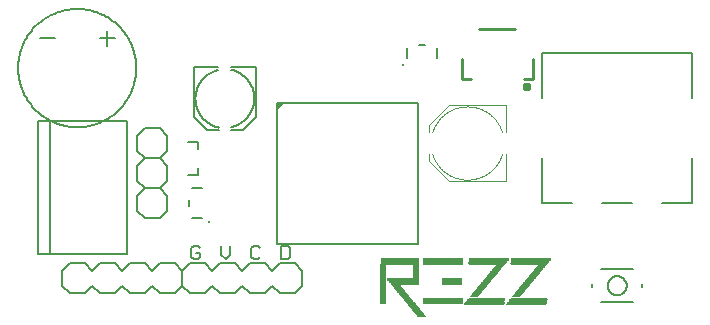
<source format=gto>
G75*
%MOIN*%
%OFA0B0*%
%FSLAX25Y25*%
%IPPOS*%
%LPD*%
%AMOC8*
5,1,8,0,0,1.08239X$1,22.5*
%
%ADD10C,0.00800*%
%ADD11C,0.00400*%
%ADD12C,0.01000*%
%ADD13C,0.01575*%
%ADD14C,0.00500*%
%ADD15C,0.00700*%
%ADD16C,0.01000*%
%ADD17R,0.12992X0.00118*%
%ADD18R,0.13110X0.00118*%
%ADD19R,0.13583X0.00118*%
%ADD20R,0.13543X0.00118*%
%ADD21R,0.12992X0.00157*%
%ADD22R,0.13110X0.00157*%
%ADD23R,0.13425X0.00157*%
%ADD24R,0.13386X0.00157*%
%ADD25R,0.13268X0.00157*%
%ADD26R,0.12953X0.00157*%
%ADD27R,0.12835X0.00157*%
%ADD28R,0.12677X0.00118*%
%ADD29R,0.12559X0.00157*%
%ADD30R,0.12677X0.00157*%
%ADD31R,0.12402X0.00157*%
%ADD32R,0.12520X0.00157*%
%ADD33R,0.12402X0.00118*%
%ADD34R,0.12362X0.00118*%
%ADD35R,0.12244X0.00157*%
%ADD36R,0.12087X0.00157*%
%ADD37R,0.11969X0.00157*%
%ADD38R,0.11929X0.00157*%
%ADD39R,0.01890X0.00118*%
%ADD40R,0.02047X0.00118*%
%ADD41R,0.02638X0.00118*%
%ADD42R,0.02756X0.00118*%
%ADD43R,0.01890X0.00157*%
%ADD44R,0.02047X0.00157*%
%ADD45R,0.02598X0.00157*%
%ADD46R,0.02795X0.00157*%
%ADD47R,0.02756X0.00157*%
%ADD48R,0.02795X0.00118*%
%ADD49R,0.02638X0.00157*%
%ADD50R,0.02598X0.00118*%
%ADD51R,0.10787X0.00157*%
%ADD52R,0.06850X0.00157*%
%ADD53R,0.10669X0.00157*%
%ADD54R,0.10512X0.00118*%
%ADD55R,0.06850X0.00118*%
%ADD56R,0.10354X0.00157*%
%ADD57R,0.10197X0.00157*%
%ADD58R,0.10079X0.00118*%
%ADD59R,0.09921X0.00157*%
%ADD60R,0.09764X0.00157*%
%ADD61R,0.09764X0.00118*%
%ADD62R,0.09646X0.00157*%
%ADD63R,0.09488X0.00157*%
%ADD64R,0.09331X0.00157*%
%ADD65R,0.09173X0.00118*%
%ADD66R,0.02480X0.00157*%
%ADD67R,0.02480X0.00118*%
%ADD68R,0.12126X0.00118*%
%ADD69R,0.12244X0.00118*%
%ADD70R,0.12559X0.00118*%
%ADD71R,0.12835X0.00118*%
%ADD72R,0.13150X0.00157*%
%ADD73R,0.13268X0.00118*%
%ADD74R,0.13425X0.00118*%
%ADD75R,0.13583X0.00157*%
%ADD76R,0.13543X0.00157*%
D10*
X0103333Y0047500D02*
X0105833Y0045000D01*
X0110833Y0045000D01*
X0113333Y0047500D01*
X0115833Y0045000D01*
X0120833Y0045000D01*
X0123333Y0047500D01*
X0125833Y0045000D01*
X0130833Y0045000D01*
X0133333Y0047500D01*
X0135833Y0045000D01*
X0140833Y0045000D01*
X0143333Y0047500D01*
X0143333Y0052500D01*
X0140833Y0055000D01*
X0135833Y0055000D01*
X0133333Y0052500D01*
X0130833Y0055000D01*
X0125833Y0055000D01*
X0123333Y0052500D01*
X0120833Y0055000D01*
X0115833Y0055000D01*
X0113333Y0052500D01*
X0110833Y0055000D01*
X0105833Y0055000D01*
X0103333Y0052500D01*
X0103333Y0047500D01*
X0099278Y0058110D02*
X0095341Y0058110D01*
X0095341Y0102205D01*
X0099278Y0102205D01*
X0099278Y0058110D01*
X0124869Y0058110D01*
X0124869Y0102205D01*
X0099278Y0102205D01*
X0128333Y0097500D02*
X0128333Y0092500D01*
X0130833Y0090000D01*
X0135833Y0090000D01*
X0138333Y0092500D01*
X0138333Y0097500D01*
X0135833Y0100000D01*
X0130833Y0100000D01*
X0128333Y0097500D01*
X0130833Y0090000D02*
X0128333Y0087500D01*
X0128333Y0082500D01*
X0130833Y0080000D01*
X0135833Y0080000D01*
X0138333Y0082500D01*
X0138333Y0087500D01*
X0135833Y0090000D01*
X0130833Y0090000D01*
X0145440Y0095512D02*
X0148589Y0095512D01*
X0148589Y0093150D01*
X0148589Y0086850D02*
X0148589Y0084488D01*
X0145440Y0084488D01*
X0146643Y0080000D02*
X0150024Y0080000D01*
X0145543Y0076057D02*
X0145543Y0073943D01*
X0138333Y0072500D02*
X0138333Y0077500D01*
X0135833Y0080000D01*
X0130833Y0080000D01*
X0128333Y0077500D01*
X0128333Y0072500D01*
X0130833Y0070000D01*
X0135833Y0070000D01*
X0138333Y0072500D01*
X0146643Y0070000D02*
X0150024Y0070000D01*
X0148533Y0060604D02*
X0147132Y0060604D01*
X0146431Y0059903D01*
X0146431Y0057101D01*
X0147132Y0056400D01*
X0148533Y0056400D01*
X0149234Y0057101D01*
X0149234Y0058502D01*
X0147833Y0058502D01*
X0149234Y0059903D02*
X0148533Y0060604D01*
X0156431Y0060604D02*
X0156431Y0057801D01*
X0157833Y0056400D01*
X0159234Y0057801D01*
X0159234Y0060604D01*
X0166431Y0059903D02*
X0166431Y0057101D01*
X0167132Y0056400D01*
X0168533Y0056400D01*
X0169234Y0057101D01*
X0169234Y0059903D02*
X0168533Y0060604D01*
X0167132Y0060604D01*
X0166431Y0059903D01*
X0165833Y0055000D02*
X0170833Y0055000D01*
X0173333Y0052500D01*
X0175833Y0055000D01*
X0180833Y0055000D01*
X0183333Y0052500D01*
X0183333Y0047500D01*
X0180833Y0045000D01*
X0175833Y0045000D01*
X0173333Y0047500D01*
X0170833Y0045000D01*
X0165833Y0045000D01*
X0163333Y0047500D01*
X0160833Y0045000D01*
X0155833Y0045000D01*
X0153333Y0047500D01*
X0150833Y0045000D01*
X0145833Y0045000D01*
X0143333Y0047500D01*
X0143333Y0052500D01*
X0145833Y0055000D01*
X0150833Y0055000D01*
X0153333Y0052500D01*
X0155833Y0055000D01*
X0160833Y0055000D01*
X0163333Y0052500D01*
X0165833Y0055000D01*
X0176431Y0056400D02*
X0178533Y0056400D01*
X0179234Y0057101D01*
X0179234Y0059903D01*
X0178533Y0060604D01*
X0176431Y0060604D01*
X0176431Y0056400D01*
X0263333Y0075000D02*
X0263333Y0090000D01*
X0263333Y0075000D02*
X0273333Y0075000D01*
X0283333Y0075000D02*
X0293333Y0075000D01*
X0303333Y0075000D02*
X0313333Y0075000D01*
X0313333Y0090000D01*
X0313333Y0110000D02*
X0313333Y0125000D01*
X0263333Y0125000D01*
X0263333Y0110000D01*
X0228333Y0123309D02*
X0228333Y0126691D01*
X0224390Y0127791D02*
X0222277Y0127791D01*
X0218333Y0126691D02*
X0218333Y0123309D01*
X0167979Y0120236D02*
X0167979Y0103701D01*
X0163648Y0099370D01*
X0159711Y0099370D01*
X0155577Y0099370D02*
X0151444Y0099370D01*
X0147113Y0103701D01*
X0147113Y0120236D01*
X0155381Y0120236D01*
X0159711Y0120236D02*
X0167979Y0120236D01*
X0159711Y0119449D02*
X0159943Y0119396D01*
X0160174Y0119337D01*
X0160403Y0119273D01*
X0160630Y0119202D01*
X0160856Y0119127D01*
X0161080Y0119046D01*
X0161302Y0118959D01*
X0161521Y0118867D01*
X0161738Y0118770D01*
X0161953Y0118667D01*
X0162165Y0118559D01*
X0162375Y0118446D01*
X0162582Y0118328D01*
X0162785Y0118205D01*
X0162986Y0118077D01*
X0163184Y0117944D01*
X0163378Y0117807D01*
X0163569Y0117664D01*
X0163756Y0117517D01*
X0163940Y0117366D01*
X0164119Y0117210D01*
X0164295Y0117050D01*
X0164467Y0116885D01*
X0164635Y0116716D01*
X0164799Y0116544D01*
X0164959Y0116367D01*
X0165114Y0116186D01*
X0165265Y0116002D01*
X0165411Y0115814D01*
X0165552Y0115623D01*
X0165689Y0115428D01*
X0165821Y0115230D01*
X0165948Y0115029D01*
X0166071Y0114824D01*
X0166188Y0114617D01*
X0166300Y0114407D01*
X0166407Y0114194D01*
X0166509Y0113979D01*
X0166605Y0113762D01*
X0166696Y0113542D01*
X0166782Y0113320D01*
X0166862Y0113095D01*
X0166937Y0112869D01*
X0167006Y0112642D01*
X0167070Y0112412D01*
X0167128Y0112181D01*
X0167180Y0111949D01*
X0167227Y0111716D01*
X0167268Y0111481D01*
X0167303Y0111246D01*
X0167332Y0111010D01*
X0167356Y0110773D01*
X0167374Y0110535D01*
X0167386Y0110298D01*
X0167392Y0110060D01*
X0167392Y0109822D01*
X0167387Y0109584D01*
X0167376Y0109346D01*
X0167359Y0109108D01*
X0167336Y0108871D01*
X0167308Y0108635D01*
X0167273Y0108399D01*
X0167233Y0108165D01*
X0167188Y0107931D01*
X0167136Y0107699D01*
X0167079Y0107468D01*
X0167016Y0107238D01*
X0166948Y0107010D01*
X0166874Y0106784D01*
X0166795Y0106559D01*
X0166710Y0106337D01*
X0166620Y0106116D01*
X0166524Y0105898D01*
X0166423Y0105683D01*
X0166317Y0105470D01*
X0166206Y0105259D01*
X0166089Y0105052D01*
X0165968Y0104847D01*
X0165841Y0104645D01*
X0165710Y0104447D01*
X0165574Y0104251D01*
X0165433Y0104059D01*
X0165288Y0103871D01*
X0165138Y0103686D01*
X0164983Y0103505D01*
X0164824Y0103328D01*
X0164661Y0103154D01*
X0164494Y0102985D01*
X0164322Y0102820D01*
X0164147Y0102659D01*
X0163968Y0102502D01*
X0163785Y0102350D01*
X0163598Y0102202D01*
X0163408Y0102059D01*
X0163214Y0101921D01*
X0163017Y0101787D01*
X0162817Y0101659D01*
X0162614Y0101535D01*
X0162407Y0101416D01*
X0162198Y0101302D01*
X0161986Y0101193D01*
X0161772Y0101090D01*
X0161555Y0100992D01*
X0161336Y0100899D01*
X0161114Y0100812D01*
X0160891Y0100730D01*
X0160666Y0100653D01*
X0160438Y0100582D01*
X0160209Y0100517D01*
X0159979Y0100457D01*
X0159747Y0100403D01*
X0159514Y0100354D01*
X0155577Y0100157D02*
X0155343Y0100211D01*
X0155109Y0100269D01*
X0154878Y0100334D01*
X0154648Y0100404D01*
X0154420Y0100480D01*
X0154193Y0100561D01*
X0153969Y0100647D01*
X0153747Y0100740D01*
X0153527Y0100837D01*
X0153310Y0100940D01*
X0153095Y0101048D01*
X0152883Y0101161D01*
X0152673Y0101280D01*
X0152467Y0101403D01*
X0152264Y0101531D01*
X0152064Y0101665D01*
X0151867Y0101803D01*
X0151673Y0101946D01*
X0151483Y0102093D01*
X0151297Y0102245D01*
X0151115Y0102402D01*
X0150936Y0102563D01*
X0150762Y0102728D01*
X0150591Y0102898D01*
X0150425Y0103071D01*
X0150262Y0103249D01*
X0150105Y0103430D01*
X0149951Y0103616D01*
X0149803Y0103805D01*
X0149659Y0103997D01*
X0149519Y0104193D01*
X0149385Y0104392D01*
X0149255Y0104595D01*
X0149130Y0104800D01*
X0149010Y0105009D01*
X0148896Y0105220D01*
X0148786Y0105434D01*
X0148682Y0105651D01*
X0148583Y0105870D01*
X0148490Y0106092D01*
X0148402Y0106316D01*
X0148319Y0106541D01*
X0148242Y0106769D01*
X0148171Y0106999D01*
X0148105Y0107230D01*
X0148044Y0107463D01*
X0147990Y0107697D01*
X0147941Y0107932D01*
X0147898Y0108169D01*
X0147860Y0108406D01*
X0147829Y0108645D01*
X0147803Y0108884D01*
X0147783Y0109124D01*
X0147769Y0109364D01*
X0147760Y0109604D01*
X0147758Y0109844D01*
X0147761Y0110085D01*
X0147771Y0110325D01*
X0147786Y0110565D01*
X0147807Y0110805D01*
X0147833Y0111044D01*
X0147866Y0111282D01*
X0147904Y0111519D01*
X0147948Y0111756D01*
X0147998Y0111991D01*
X0148054Y0112225D01*
X0148115Y0112457D01*
X0148182Y0112688D01*
X0148254Y0112918D01*
X0148332Y0113145D01*
X0148416Y0113371D01*
X0148505Y0113594D01*
X0148599Y0113815D01*
X0148699Y0114034D01*
X0148804Y0114250D01*
X0148914Y0114464D01*
X0149029Y0114675D01*
X0149150Y0114883D01*
X0149275Y0115088D01*
X0149406Y0115290D01*
X0149541Y0115489D01*
X0149681Y0115684D01*
X0149826Y0115876D01*
X0149976Y0116064D01*
X0150130Y0116249D01*
X0150288Y0116430D01*
X0150451Y0116607D01*
X0150618Y0116780D01*
X0150789Y0116949D01*
X0150965Y0117113D01*
X0151144Y0117274D01*
X0151327Y0117429D01*
X0151514Y0117581D01*
X0151704Y0117728D01*
X0151898Y0117870D01*
X0152096Y0118007D01*
X0152296Y0118140D01*
X0152500Y0118267D01*
X0152707Y0118390D01*
X0152917Y0118507D01*
X0153129Y0118620D01*
X0153344Y0118727D01*
X0153562Y0118829D01*
X0153782Y0118926D01*
X0154005Y0119017D01*
X0154230Y0119103D01*
X0154456Y0119183D01*
X0154685Y0119258D01*
X0154915Y0119327D01*
X0155147Y0119390D01*
X0155380Y0119448D01*
X0120833Y0130000D02*
X0115833Y0130000D01*
X0118333Y0132500D02*
X0118333Y0127500D01*
X0088648Y0120000D02*
X0088654Y0120483D01*
X0088672Y0120966D01*
X0088701Y0121448D01*
X0088743Y0121929D01*
X0088796Y0122410D01*
X0088861Y0122888D01*
X0088938Y0123365D01*
X0089026Y0123840D01*
X0089126Y0124313D01*
X0089238Y0124783D01*
X0089361Y0125250D01*
X0089496Y0125714D01*
X0089642Y0126175D01*
X0089799Y0126632D01*
X0089967Y0127085D01*
X0090146Y0127533D01*
X0090337Y0127977D01*
X0090538Y0128416D01*
X0090750Y0128851D01*
X0090972Y0129279D01*
X0091205Y0129703D01*
X0091449Y0130120D01*
X0091702Y0130531D01*
X0091966Y0130936D01*
X0092239Y0131335D01*
X0092522Y0131726D01*
X0092814Y0132111D01*
X0093116Y0132488D01*
X0093427Y0132858D01*
X0093747Y0133220D01*
X0094076Y0133574D01*
X0094414Y0133919D01*
X0094759Y0134257D01*
X0095113Y0134586D01*
X0095475Y0134906D01*
X0095845Y0135217D01*
X0096222Y0135519D01*
X0096607Y0135811D01*
X0096998Y0136094D01*
X0097397Y0136367D01*
X0097802Y0136631D01*
X0098213Y0136884D01*
X0098630Y0137128D01*
X0099054Y0137361D01*
X0099482Y0137583D01*
X0099917Y0137795D01*
X0100356Y0137996D01*
X0100800Y0138187D01*
X0101248Y0138366D01*
X0101701Y0138534D01*
X0102158Y0138691D01*
X0102619Y0138837D01*
X0103083Y0138972D01*
X0103550Y0139095D01*
X0104020Y0139207D01*
X0104493Y0139307D01*
X0104968Y0139395D01*
X0105445Y0139472D01*
X0105923Y0139537D01*
X0106404Y0139590D01*
X0106885Y0139632D01*
X0107367Y0139661D01*
X0107850Y0139679D01*
X0108333Y0139685D01*
X0108816Y0139679D01*
X0109299Y0139661D01*
X0109781Y0139632D01*
X0110262Y0139590D01*
X0110743Y0139537D01*
X0111221Y0139472D01*
X0111698Y0139395D01*
X0112173Y0139307D01*
X0112646Y0139207D01*
X0113116Y0139095D01*
X0113583Y0138972D01*
X0114047Y0138837D01*
X0114508Y0138691D01*
X0114965Y0138534D01*
X0115418Y0138366D01*
X0115866Y0138187D01*
X0116310Y0137996D01*
X0116749Y0137795D01*
X0117184Y0137583D01*
X0117612Y0137361D01*
X0118036Y0137128D01*
X0118453Y0136884D01*
X0118864Y0136631D01*
X0119269Y0136367D01*
X0119668Y0136094D01*
X0120059Y0135811D01*
X0120444Y0135519D01*
X0120821Y0135217D01*
X0121191Y0134906D01*
X0121553Y0134586D01*
X0121907Y0134257D01*
X0122252Y0133919D01*
X0122590Y0133574D01*
X0122919Y0133220D01*
X0123239Y0132858D01*
X0123550Y0132488D01*
X0123852Y0132111D01*
X0124144Y0131726D01*
X0124427Y0131335D01*
X0124700Y0130936D01*
X0124964Y0130531D01*
X0125217Y0130120D01*
X0125461Y0129703D01*
X0125694Y0129279D01*
X0125916Y0128851D01*
X0126128Y0128416D01*
X0126329Y0127977D01*
X0126520Y0127533D01*
X0126699Y0127085D01*
X0126867Y0126632D01*
X0127024Y0126175D01*
X0127170Y0125714D01*
X0127305Y0125250D01*
X0127428Y0124783D01*
X0127540Y0124313D01*
X0127640Y0123840D01*
X0127728Y0123365D01*
X0127805Y0122888D01*
X0127870Y0122410D01*
X0127923Y0121929D01*
X0127965Y0121448D01*
X0127994Y0120966D01*
X0128012Y0120483D01*
X0128018Y0120000D01*
X0128012Y0119517D01*
X0127994Y0119034D01*
X0127965Y0118552D01*
X0127923Y0118071D01*
X0127870Y0117590D01*
X0127805Y0117112D01*
X0127728Y0116635D01*
X0127640Y0116160D01*
X0127540Y0115687D01*
X0127428Y0115217D01*
X0127305Y0114750D01*
X0127170Y0114286D01*
X0127024Y0113825D01*
X0126867Y0113368D01*
X0126699Y0112915D01*
X0126520Y0112467D01*
X0126329Y0112023D01*
X0126128Y0111584D01*
X0125916Y0111149D01*
X0125694Y0110721D01*
X0125461Y0110297D01*
X0125217Y0109880D01*
X0124964Y0109469D01*
X0124700Y0109064D01*
X0124427Y0108665D01*
X0124144Y0108274D01*
X0123852Y0107889D01*
X0123550Y0107512D01*
X0123239Y0107142D01*
X0122919Y0106780D01*
X0122590Y0106426D01*
X0122252Y0106081D01*
X0121907Y0105743D01*
X0121553Y0105414D01*
X0121191Y0105094D01*
X0120821Y0104783D01*
X0120444Y0104481D01*
X0120059Y0104189D01*
X0119668Y0103906D01*
X0119269Y0103633D01*
X0118864Y0103369D01*
X0118453Y0103116D01*
X0118036Y0102872D01*
X0117612Y0102639D01*
X0117184Y0102417D01*
X0116749Y0102205D01*
X0116310Y0102004D01*
X0115866Y0101813D01*
X0115418Y0101634D01*
X0114965Y0101466D01*
X0114508Y0101309D01*
X0114047Y0101163D01*
X0113583Y0101028D01*
X0113116Y0100905D01*
X0112646Y0100793D01*
X0112173Y0100693D01*
X0111698Y0100605D01*
X0111221Y0100528D01*
X0110743Y0100463D01*
X0110262Y0100410D01*
X0109781Y0100368D01*
X0109299Y0100339D01*
X0108816Y0100321D01*
X0108333Y0100315D01*
X0107850Y0100321D01*
X0107367Y0100339D01*
X0106885Y0100368D01*
X0106404Y0100410D01*
X0105923Y0100463D01*
X0105445Y0100528D01*
X0104968Y0100605D01*
X0104493Y0100693D01*
X0104020Y0100793D01*
X0103550Y0100905D01*
X0103083Y0101028D01*
X0102619Y0101163D01*
X0102158Y0101309D01*
X0101701Y0101466D01*
X0101248Y0101634D01*
X0100800Y0101813D01*
X0100356Y0102004D01*
X0099917Y0102205D01*
X0099482Y0102417D01*
X0099054Y0102639D01*
X0098630Y0102872D01*
X0098213Y0103116D01*
X0097802Y0103369D01*
X0097397Y0103633D01*
X0096998Y0103906D01*
X0096607Y0104189D01*
X0096222Y0104481D01*
X0095845Y0104783D01*
X0095475Y0105094D01*
X0095113Y0105414D01*
X0094759Y0105743D01*
X0094414Y0106081D01*
X0094076Y0106426D01*
X0093747Y0106780D01*
X0093427Y0107142D01*
X0093116Y0107512D01*
X0092814Y0107889D01*
X0092522Y0108274D01*
X0092239Y0108665D01*
X0091966Y0109064D01*
X0091702Y0109469D01*
X0091449Y0109880D01*
X0091205Y0110297D01*
X0090972Y0110721D01*
X0090750Y0111149D01*
X0090538Y0111584D01*
X0090337Y0112023D01*
X0090146Y0112467D01*
X0089967Y0112915D01*
X0089799Y0113368D01*
X0089642Y0113825D01*
X0089496Y0114286D01*
X0089361Y0114750D01*
X0089238Y0115217D01*
X0089126Y0115687D01*
X0089026Y0116160D01*
X0088938Y0116635D01*
X0088861Y0117112D01*
X0088796Y0117590D01*
X0088743Y0118071D01*
X0088701Y0118552D01*
X0088672Y0119034D01*
X0088654Y0119517D01*
X0088648Y0120000D01*
X0095833Y0130000D02*
X0100833Y0130000D01*
X0283066Y0053012D02*
X0293601Y0053012D01*
X0296601Y0048012D02*
X0296601Y0046988D01*
X0293601Y0041988D02*
X0283066Y0041988D01*
X0280066Y0046988D02*
X0280066Y0048012D01*
D11*
X0251129Y0082205D02*
X0232231Y0082205D01*
X0225538Y0088898D01*
X0225538Y0091260D01*
X0226718Y0098740D02*
X0226813Y0099023D01*
X0226915Y0099304D01*
X0227024Y0099581D01*
X0227139Y0099857D01*
X0227261Y0100129D01*
X0227390Y0100398D01*
X0227525Y0100664D01*
X0227667Y0100926D01*
X0227815Y0101185D01*
X0227969Y0101441D01*
X0228130Y0101692D01*
X0228297Y0101940D01*
X0228469Y0102183D01*
X0228648Y0102422D01*
X0228832Y0102657D01*
X0229022Y0102887D01*
X0229218Y0103112D01*
X0229419Y0103332D01*
X0229625Y0103548D01*
X0229837Y0103758D01*
X0230053Y0103963D01*
X0230275Y0104163D01*
X0230502Y0104357D01*
X0230733Y0104546D01*
X0230968Y0104729D01*
X0231208Y0104906D01*
X0231453Y0105077D01*
X0231701Y0105242D01*
X0231954Y0105401D01*
X0232210Y0105554D01*
X0232470Y0105701D01*
X0232733Y0105841D01*
X0233000Y0105975D01*
X0233270Y0106102D01*
X0233543Y0106222D01*
X0233818Y0106336D01*
X0234097Y0106443D01*
X0234378Y0106543D01*
X0234661Y0106636D01*
X0234947Y0106723D01*
X0235235Y0106802D01*
X0235524Y0106874D01*
X0235815Y0106939D01*
X0236108Y0106997D01*
X0236402Y0107048D01*
X0236697Y0107092D01*
X0236993Y0107128D01*
X0237290Y0107157D01*
X0237588Y0107179D01*
X0237886Y0107194D01*
X0238184Y0107201D01*
X0238482Y0107201D01*
X0238780Y0107194D01*
X0239078Y0107179D01*
X0239376Y0107157D01*
X0239673Y0107128D01*
X0239969Y0107092D01*
X0240264Y0107048D01*
X0240558Y0106997D01*
X0240851Y0106939D01*
X0241142Y0106874D01*
X0241431Y0106802D01*
X0241719Y0106723D01*
X0242005Y0106636D01*
X0242288Y0106543D01*
X0242569Y0106443D01*
X0242848Y0106336D01*
X0243123Y0106222D01*
X0243396Y0106102D01*
X0243666Y0105975D01*
X0243933Y0105841D01*
X0244196Y0105701D01*
X0244456Y0105554D01*
X0244712Y0105401D01*
X0244965Y0105242D01*
X0245213Y0105077D01*
X0245458Y0104906D01*
X0245698Y0104729D01*
X0245933Y0104546D01*
X0246164Y0104357D01*
X0246391Y0104163D01*
X0246613Y0103963D01*
X0246829Y0103758D01*
X0247041Y0103548D01*
X0247247Y0103332D01*
X0247448Y0103112D01*
X0247644Y0102887D01*
X0247834Y0102657D01*
X0248018Y0102422D01*
X0248197Y0102183D01*
X0248369Y0101940D01*
X0248536Y0101692D01*
X0248697Y0101441D01*
X0248851Y0101185D01*
X0248999Y0100926D01*
X0249141Y0100664D01*
X0249276Y0100398D01*
X0249405Y0100129D01*
X0249527Y0099857D01*
X0249642Y0099581D01*
X0249751Y0099304D01*
X0249853Y0099023D01*
X0249948Y0098740D01*
X0251129Y0098740D02*
X0251129Y0107795D01*
X0232231Y0107795D01*
X0225538Y0101102D01*
X0225538Y0098740D01*
X0226718Y0091260D02*
X0226813Y0090977D01*
X0226915Y0090696D01*
X0227024Y0090419D01*
X0227139Y0090143D01*
X0227261Y0089871D01*
X0227390Y0089602D01*
X0227525Y0089336D01*
X0227667Y0089074D01*
X0227815Y0088815D01*
X0227969Y0088559D01*
X0228130Y0088308D01*
X0228297Y0088060D01*
X0228469Y0087817D01*
X0228648Y0087578D01*
X0228832Y0087343D01*
X0229022Y0087113D01*
X0229218Y0086888D01*
X0229419Y0086668D01*
X0229625Y0086452D01*
X0229837Y0086242D01*
X0230053Y0086037D01*
X0230275Y0085837D01*
X0230502Y0085643D01*
X0230733Y0085454D01*
X0230968Y0085271D01*
X0231208Y0085094D01*
X0231453Y0084923D01*
X0231701Y0084758D01*
X0231954Y0084599D01*
X0232210Y0084446D01*
X0232470Y0084299D01*
X0232733Y0084159D01*
X0233000Y0084025D01*
X0233270Y0083898D01*
X0233543Y0083778D01*
X0233818Y0083664D01*
X0234097Y0083557D01*
X0234378Y0083457D01*
X0234661Y0083364D01*
X0234947Y0083277D01*
X0235235Y0083198D01*
X0235524Y0083126D01*
X0235815Y0083061D01*
X0236108Y0083003D01*
X0236402Y0082952D01*
X0236697Y0082908D01*
X0236993Y0082872D01*
X0237290Y0082843D01*
X0237588Y0082821D01*
X0237886Y0082806D01*
X0238184Y0082799D01*
X0238482Y0082799D01*
X0238780Y0082806D01*
X0239078Y0082821D01*
X0239376Y0082843D01*
X0239673Y0082872D01*
X0239969Y0082908D01*
X0240264Y0082952D01*
X0240558Y0083003D01*
X0240851Y0083061D01*
X0241142Y0083126D01*
X0241431Y0083198D01*
X0241719Y0083277D01*
X0242005Y0083364D01*
X0242288Y0083457D01*
X0242569Y0083557D01*
X0242848Y0083664D01*
X0243123Y0083778D01*
X0243396Y0083898D01*
X0243666Y0084025D01*
X0243933Y0084159D01*
X0244196Y0084299D01*
X0244456Y0084446D01*
X0244712Y0084599D01*
X0244965Y0084758D01*
X0245213Y0084923D01*
X0245458Y0085094D01*
X0245698Y0085271D01*
X0245933Y0085454D01*
X0246164Y0085643D01*
X0246391Y0085837D01*
X0246613Y0086037D01*
X0246829Y0086242D01*
X0247041Y0086452D01*
X0247247Y0086668D01*
X0247448Y0086888D01*
X0247644Y0087113D01*
X0247834Y0087343D01*
X0248018Y0087578D01*
X0248197Y0087817D01*
X0248369Y0088060D01*
X0248536Y0088308D01*
X0248697Y0088559D01*
X0248851Y0088815D01*
X0248999Y0089074D01*
X0249141Y0089336D01*
X0249276Y0089602D01*
X0249405Y0089871D01*
X0249527Y0090143D01*
X0249642Y0090419D01*
X0249751Y0090696D01*
X0249853Y0090977D01*
X0249948Y0091260D01*
X0251129Y0091260D02*
X0251129Y0082205D01*
D12*
X0175933Y0108300D02*
X0175033Y0107400D01*
X0236522Y0116378D02*
X0236522Y0122874D01*
X0236522Y0116378D02*
X0239475Y0116378D01*
X0257192Y0116378D02*
X0260144Y0116378D01*
X0260144Y0122874D01*
X0254239Y0133110D02*
X0242428Y0133110D01*
D13*
X0257619Y0113819D02*
X0257621Y0113866D01*
X0257627Y0113912D01*
X0257636Y0113958D01*
X0257650Y0114002D01*
X0257667Y0114046D01*
X0257688Y0114087D01*
X0257712Y0114127D01*
X0257739Y0114165D01*
X0257770Y0114200D01*
X0257803Y0114233D01*
X0257839Y0114263D01*
X0257878Y0114289D01*
X0257918Y0114313D01*
X0257960Y0114332D01*
X0258004Y0114349D01*
X0258049Y0114361D01*
X0258095Y0114370D01*
X0258141Y0114375D01*
X0258188Y0114376D01*
X0258234Y0114373D01*
X0258280Y0114366D01*
X0258326Y0114355D01*
X0258370Y0114341D01*
X0258413Y0114323D01*
X0258454Y0114301D01*
X0258494Y0114276D01*
X0258531Y0114248D01*
X0258566Y0114217D01*
X0258598Y0114183D01*
X0258627Y0114146D01*
X0258652Y0114108D01*
X0258675Y0114067D01*
X0258694Y0114024D01*
X0258709Y0113980D01*
X0258721Y0113935D01*
X0258729Y0113889D01*
X0258733Y0113842D01*
X0258733Y0113796D01*
X0258729Y0113749D01*
X0258721Y0113703D01*
X0258709Y0113658D01*
X0258694Y0113614D01*
X0258675Y0113571D01*
X0258652Y0113530D01*
X0258627Y0113492D01*
X0258598Y0113455D01*
X0258566Y0113421D01*
X0258531Y0113390D01*
X0258494Y0113362D01*
X0258455Y0113337D01*
X0258413Y0113315D01*
X0258370Y0113297D01*
X0258326Y0113283D01*
X0258280Y0113272D01*
X0258234Y0113265D01*
X0258188Y0113262D01*
X0258141Y0113263D01*
X0258095Y0113268D01*
X0258049Y0113277D01*
X0258004Y0113289D01*
X0257960Y0113306D01*
X0257918Y0113325D01*
X0257878Y0113349D01*
X0257839Y0113375D01*
X0257803Y0113405D01*
X0257770Y0113438D01*
X0257739Y0113473D01*
X0257712Y0113511D01*
X0257688Y0113551D01*
X0257667Y0113592D01*
X0257650Y0113636D01*
X0257636Y0113680D01*
X0257627Y0113726D01*
X0257621Y0113772D01*
X0257619Y0113819D01*
D14*
X0285164Y0047500D02*
X0285166Y0047612D01*
X0285172Y0047725D01*
X0285182Y0047837D01*
X0285196Y0047948D01*
X0285214Y0048060D01*
X0285236Y0048170D01*
X0285261Y0048279D01*
X0285291Y0048388D01*
X0285324Y0048495D01*
X0285362Y0048601D01*
X0285403Y0048706D01*
X0285447Y0048809D01*
X0285495Y0048911D01*
X0285547Y0049011D01*
X0285603Y0049109D01*
X0285662Y0049205D01*
X0285724Y0049298D01*
X0285789Y0049390D01*
X0285858Y0049479D01*
X0285930Y0049566D01*
X0286005Y0049650D01*
X0286082Y0049731D01*
X0286163Y0049809D01*
X0286246Y0049885D01*
X0286332Y0049957D01*
X0286421Y0050027D01*
X0286511Y0050093D01*
X0286605Y0050156D01*
X0286700Y0050216D01*
X0286797Y0050272D01*
X0286897Y0050325D01*
X0286998Y0050374D01*
X0287101Y0050420D01*
X0287205Y0050462D01*
X0287311Y0050500D01*
X0287418Y0050534D01*
X0287526Y0050565D01*
X0287636Y0050591D01*
X0287746Y0050614D01*
X0287857Y0050633D01*
X0287968Y0050648D01*
X0288080Y0050659D01*
X0288192Y0050666D01*
X0288305Y0050669D01*
X0288417Y0050668D01*
X0288530Y0050663D01*
X0288642Y0050654D01*
X0288754Y0050641D01*
X0288865Y0050624D01*
X0288975Y0050603D01*
X0289085Y0050578D01*
X0289194Y0050550D01*
X0289302Y0050517D01*
X0289408Y0050481D01*
X0289513Y0050441D01*
X0289617Y0050397D01*
X0289719Y0050350D01*
X0289819Y0050299D01*
X0289917Y0050244D01*
X0290014Y0050186D01*
X0290108Y0050125D01*
X0290200Y0050060D01*
X0290290Y0049993D01*
X0290377Y0049922D01*
X0290462Y0049847D01*
X0290544Y0049770D01*
X0290623Y0049691D01*
X0290699Y0049608D01*
X0290773Y0049523D01*
X0290843Y0049435D01*
X0290910Y0049344D01*
X0290974Y0049252D01*
X0291034Y0049157D01*
X0291091Y0049060D01*
X0291145Y0048961D01*
X0291195Y0048860D01*
X0291242Y0048758D01*
X0291284Y0048654D01*
X0291324Y0048549D01*
X0291359Y0048442D01*
X0291390Y0048334D01*
X0291418Y0048225D01*
X0291442Y0048115D01*
X0291462Y0048004D01*
X0291478Y0047893D01*
X0291490Y0047781D01*
X0291498Y0047669D01*
X0291502Y0047556D01*
X0291502Y0047444D01*
X0291498Y0047331D01*
X0291490Y0047219D01*
X0291478Y0047107D01*
X0291462Y0046996D01*
X0291442Y0046885D01*
X0291418Y0046775D01*
X0291390Y0046666D01*
X0291359Y0046558D01*
X0291324Y0046451D01*
X0291284Y0046346D01*
X0291242Y0046242D01*
X0291195Y0046140D01*
X0291145Y0046039D01*
X0291091Y0045940D01*
X0291034Y0045843D01*
X0290974Y0045748D01*
X0290910Y0045656D01*
X0290843Y0045565D01*
X0290773Y0045477D01*
X0290699Y0045392D01*
X0290623Y0045309D01*
X0290544Y0045230D01*
X0290462Y0045153D01*
X0290377Y0045078D01*
X0290290Y0045007D01*
X0290200Y0044940D01*
X0290108Y0044875D01*
X0290014Y0044814D01*
X0289918Y0044756D01*
X0289819Y0044701D01*
X0289719Y0044650D01*
X0289617Y0044603D01*
X0289513Y0044559D01*
X0289408Y0044519D01*
X0289302Y0044483D01*
X0289194Y0044450D01*
X0289085Y0044422D01*
X0288975Y0044397D01*
X0288865Y0044376D01*
X0288754Y0044359D01*
X0288642Y0044346D01*
X0288530Y0044337D01*
X0288417Y0044332D01*
X0288305Y0044331D01*
X0288192Y0044334D01*
X0288080Y0044341D01*
X0287968Y0044352D01*
X0287857Y0044367D01*
X0287746Y0044386D01*
X0287636Y0044409D01*
X0287526Y0044435D01*
X0287418Y0044466D01*
X0287311Y0044500D01*
X0287205Y0044538D01*
X0287101Y0044580D01*
X0286998Y0044626D01*
X0286897Y0044675D01*
X0286797Y0044728D01*
X0286700Y0044784D01*
X0286605Y0044844D01*
X0286511Y0044907D01*
X0286421Y0044973D01*
X0286332Y0045043D01*
X0286246Y0045115D01*
X0286163Y0045191D01*
X0286082Y0045269D01*
X0286005Y0045350D01*
X0285930Y0045434D01*
X0285858Y0045521D01*
X0285789Y0045610D01*
X0285724Y0045702D01*
X0285662Y0045795D01*
X0285603Y0045891D01*
X0285547Y0045989D01*
X0285495Y0046089D01*
X0285447Y0046191D01*
X0285403Y0046294D01*
X0285362Y0046399D01*
X0285324Y0046505D01*
X0285291Y0046612D01*
X0285261Y0046721D01*
X0285236Y0046830D01*
X0285214Y0046940D01*
X0285196Y0047052D01*
X0285182Y0047163D01*
X0285172Y0047275D01*
X0285166Y0047388D01*
X0285164Y0047500D01*
D15*
X0221849Y0061484D02*
X0221849Y0108516D01*
X0174818Y0108516D01*
X0174818Y0061484D01*
X0221849Y0061484D01*
X0175033Y0106400D02*
X0177033Y0108400D01*
D16*
X0217033Y0121000D03*
X0152333Y0068700D03*
D17*
X0215778Y0056256D03*
X0215778Y0055665D03*
X0215778Y0055232D03*
X0215778Y0054799D03*
X0258495Y0041965D03*
D18*
X0230286Y0041965D03*
X0230286Y0042398D03*
X0230286Y0042988D03*
X0230286Y0041531D03*
X0230286Y0054799D03*
X0230286Y0055232D03*
X0230286Y0055665D03*
X0230286Y0056256D03*
X0245444Y0055665D03*
X0259459Y0055665D03*
D19*
X0245680Y0056256D03*
D20*
X0259676Y0056256D03*
D21*
X0245385Y0055528D03*
X0215778Y0055528D03*
X0215778Y0055370D03*
X0215778Y0055094D03*
X0215778Y0054937D03*
X0215778Y0054661D03*
X0215778Y0054504D03*
X0215778Y0054346D03*
X0215778Y0055803D03*
X0215778Y0055961D03*
X0215778Y0056118D03*
X0244361Y0041827D03*
D22*
X0230286Y0041827D03*
X0230286Y0041669D03*
X0230286Y0041394D03*
X0230286Y0041236D03*
X0230286Y0042102D03*
X0230286Y0042260D03*
X0230286Y0042535D03*
X0230286Y0042693D03*
X0230286Y0042850D03*
X0230286Y0043126D03*
X0230286Y0054346D03*
X0230286Y0054504D03*
X0230286Y0054661D03*
X0230286Y0054937D03*
X0230286Y0055094D03*
X0230286Y0055370D03*
X0230286Y0055528D03*
X0230286Y0055803D03*
X0230286Y0055961D03*
X0230286Y0056118D03*
X0245444Y0055803D03*
X0258436Y0041827D03*
D23*
X0258278Y0041394D03*
X0244144Y0041394D03*
X0245601Y0056118D03*
D24*
X0259597Y0056118D03*
X0259597Y0055961D03*
D25*
X0259538Y0055803D03*
X0245522Y0055961D03*
X0258357Y0041669D03*
D26*
X0259381Y0055528D03*
D27*
X0259322Y0055370D03*
X0245306Y0055370D03*
X0244440Y0042102D03*
X0258573Y0042102D03*
X0258573Y0042260D03*
D28*
X0258652Y0042398D03*
X0259243Y0055232D03*
X0245227Y0055232D03*
D29*
X0245168Y0055094D03*
D30*
X0259243Y0055094D03*
X0244518Y0042260D03*
D31*
X0244656Y0042535D03*
X0258790Y0042693D03*
X0245089Y0054937D03*
D32*
X0259164Y0054937D03*
X0258731Y0042535D03*
D33*
X0245089Y0054799D03*
D34*
X0259085Y0054799D03*
D35*
X0259026Y0054661D03*
X0245010Y0054661D03*
X0244735Y0042850D03*
X0244735Y0042693D03*
X0258869Y0042850D03*
D36*
X0258948Y0054504D03*
X0244932Y0054504D03*
D37*
X0244873Y0054346D03*
D38*
X0258869Y0054346D03*
D39*
X0210227Y0054209D03*
X0210227Y0053776D03*
X0210227Y0053343D03*
X0210227Y0052752D03*
X0210227Y0052319D03*
X0210227Y0051728D03*
X0210227Y0051295D03*
X0210227Y0050862D03*
X0210227Y0050272D03*
X0210227Y0049839D03*
X0210227Y0049406D03*
X0210227Y0048815D03*
X0210227Y0048382D03*
X0210227Y0047791D03*
X0210227Y0047358D03*
X0210227Y0046925D03*
X0210227Y0046335D03*
X0210227Y0045902D03*
X0210227Y0045469D03*
X0210227Y0044878D03*
X0210227Y0044445D03*
X0210227Y0043854D03*
X0210227Y0043421D03*
X0210227Y0042988D03*
X0210227Y0042398D03*
X0210227Y0041965D03*
X0210227Y0041531D03*
D40*
X0221251Y0049839D03*
X0221251Y0050272D03*
X0221251Y0050862D03*
X0221251Y0051295D03*
X0221251Y0051728D03*
X0221251Y0052319D03*
X0221251Y0052752D03*
X0221251Y0053343D03*
X0221251Y0053776D03*
X0221251Y0054209D03*
D41*
X0214696Y0047358D03*
X0215562Y0046335D03*
X0217609Y0043854D03*
X0217885Y0043421D03*
X0219066Y0041965D03*
X0219499Y0041531D03*
X0219932Y0040941D03*
X0220365Y0040508D03*
X0220798Y0039917D03*
X0221546Y0039051D03*
X0221979Y0038461D03*
X0222412Y0038028D03*
X0242097Y0045469D03*
X0254774Y0043854D03*
X0261349Y0051728D03*
X0262215Y0052752D03*
X0249381Y0054209D03*
X0248672Y0053343D03*
D42*
X0248140Y0052752D03*
X0247274Y0051728D03*
X0245385Y0049406D03*
X0244951Y0048815D03*
X0243337Y0046925D03*
X0242471Y0045902D03*
X0241290Y0044445D03*
X0255306Y0044445D03*
X0255581Y0044878D03*
X0256172Y0045469D03*
X0258062Y0047791D03*
X0260109Y0050272D03*
X0260975Y0051295D03*
X0263022Y0053776D03*
X0263455Y0054209D03*
X0223219Y0037004D03*
X0221172Y0039484D03*
D43*
X0210227Y0041236D03*
X0210227Y0041394D03*
X0210227Y0041669D03*
X0210227Y0041827D03*
X0210227Y0042102D03*
X0210227Y0042260D03*
X0210227Y0042535D03*
X0210227Y0042693D03*
X0210227Y0042850D03*
X0210227Y0043126D03*
X0210227Y0043283D03*
X0210227Y0043559D03*
X0210227Y0043717D03*
X0210227Y0043992D03*
X0210227Y0044150D03*
X0210227Y0044307D03*
X0210227Y0044583D03*
X0210227Y0044740D03*
X0210227Y0045016D03*
X0210227Y0045173D03*
X0210227Y0045331D03*
X0210227Y0045606D03*
X0210227Y0045764D03*
X0210227Y0046039D03*
X0210227Y0046197D03*
X0210227Y0046472D03*
X0210227Y0046630D03*
X0210227Y0046787D03*
X0210227Y0047063D03*
X0210227Y0047220D03*
X0210227Y0047496D03*
X0210227Y0047654D03*
X0210227Y0047929D03*
X0210227Y0048087D03*
X0210227Y0048244D03*
X0210227Y0048520D03*
X0210227Y0048677D03*
X0210227Y0048953D03*
X0210227Y0049110D03*
X0210227Y0049268D03*
X0210227Y0049543D03*
X0210227Y0049701D03*
X0210227Y0049976D03*
X0210227Y0050134D03*
X0210227Y0050409D03*
X0210227Y0050567D03*
X0210227Y0050724D03*
X0210227Y0051000D03*
X0210227Y0051157D03*
X0210227Y0051433D03*
X0210227Y0051591D03*
X0210227Y0051866D03*
X0210227Y0052024D03*
X0210227Y0052181D03*
X0210227Y0052457D03*
X0210227Y0052614D03*
X0210227Y0052890D03*
X0210227Y0053047D03*
X0210227Y0053205D03*
X0210227Y0053480D03*
X0210227Y0053638D03*
X0210227Y0053913D03*
X0210227Y0054071D03*
D44*
X0221251Y0054071D03*
X0221251Y0053913D03*
X0221251Y0053638D03*
X0221251Y0053480D03*
X0221251Y0053205D03*
X0221251Y0053047D03*
X0221251Y0052890D03*
X0221251Y0052614D03*
X0221251Y0052457D03*
X0221251Y0052181D03*
X0221251Y0052024D03*
X0221251Y0051866D03*
X0221251Y0051591D03*
X0221251Y0051433D03*
X0221251Y0051157D03*
X0221251Y0051000D03*
X0221251Y0050724D03*
X0221251Y0050567D03*
X0221251Y0050409D03*
X0221251Y0050134D03*
X0221251Y0049976D03*
D45*
X0215266Y0046630D03*
X0214833Y0047220D03*
X0214400Y0047654D03*
X0217314Y0044150D03*
X0217747Y0043717D03*
X0217747Y0043559D03*
X0218180Y0043126D03*
X0219203Y0041827D03*
X0219794Y0041236D03*
X0219794Y0041079D03*
X0220227Y0040646D03*
X0220660Y0040055D03*
X0221251Y0039346D03*
X0221684Y0038913D03*
X0222117Y0038323D03*
X0222274Y0038165D03*
X0241369Y0044583D03*
X0244282Y0048087D03*
X0249243Y0054071D03*
X0259164Y0049110D03*
X0260030Y0050134D03*
X0261487Y0051866D03*
X0262077Y0052614D03*
D46*
X0262294Y0052890D03*
X0263318Y0054071D03*
X0261270Y0051591D03*
X0260837Y0051157D03*
X0260404Y0050567D03*
X0260247Y0050409D03*
X0258790Y0048677D03*
X0258357Y0048087D03*
X0257924Y0047654D03*
X0255877Y0045173D03*
X0255444Y0044583D03*
X0255010Y0044150D03*
X0245522Y0049543D03*
X0245089Y0049110D03*
X0244656Y0048520D03*
X0243199Y0046787D03*
X0243042Y0046630D03*
X0242609Y0046039D03*
X0242176Y0045606D03*
X0241152Y0044307D03*
X0247136Y0051433D03*
X0247570Y0052024D03*
X0248003Y0052614D03*
X0248436Y0053047D03*
X0248593Y0053205D03*
X0220444Y0040370D03*
X0221900Y0038598D03*
X0222491Y0037890D03*
D47*
X0222629Y0037732D03*
X0223062Y0037142D03*
X0221762Y0038756D03*
X0240857Y0043992D03*
X0241014Y0044150D03*
X0241448Y0044740D03*
X0241723Y0045016D03*
X0241881Y0045173D03*
X0242038Y0045331D03*
X0242314Y0045764D03*
X0242747Y0046197D03*
X0242904Y0046472D03*
X0243495Y0047063D03*
X0243770Y0047496D03*
X0243928Y0047654D03*
X0244203Y0047929D03*
X0244361Y0048244D03*
X0244794Y0048677D03*
X0245227Y0049268D03*
X0245660Y0049701D03*
X0245818Y0049976D03*
X0245975Y0050134D03*
X0246251Y0050409D03*
X0246408Y0050567D03*
X0246684Y0051000D03*
X0246841Y0051157D03*
X0247432Y0051866D03*
X0247707Y0052181D03*
X0248298Y0052890D03*
X0248731Y0053480D03*
X0248888Y0053638D03*
X0249164Y0053913D03*
X0258652Y0048520D03*
X0259085Y0048953D03*
X0259243Y0049268D03*
X0259518Y0049543D03*
X0259676Y0049701D03*
X0260542Y0050724D03*
X0260699Y0051000D03*
X0261133Y0051433D03*
X0261566Y0052024D03*
X0261723Y0052181D03*
X0261999Y0052457D03*
X0262432Y0053047D03*
X0262589Y0053205D03*
X0263180Y0053913D03*
X0258219Y0047929D03*
X0257786Y0047496D03*
X0257629Y0047220D03*
X0257471Y0047063D03*
X0257196Y0046787D03*
X0257038Y0046630D03*
X0256762Y0046197D03*
X0256605Y0046039D03*
X0256014Y0045331D03*
X0255739Y0045016D03*
X0255148Y0044307D03*
D48*
X0256467Y0045902D03*
X0256900Y0046335D03*
X0257333Y0046925D03*
X0258948Y0048815D03*
X0259381Y0049406D03*
X0259814Y0049839D03*
X0261861Y0052319D03*
X0262727Y0053343D03*
X0249026Y0053776D03*
X0246979Y0051295D03*
X0246546Y0050862D03*
X0246113Y0050272D03*
X0244499Y0048382D03*
X0244066Y0047791D03*
X0243633Y0047358D03*
X0241585Y0044878D03*
X0240719Y0043854D03*
D49*
X0243554Y0047220D03*
X0245010Y0048953D03*
X0246467Y0050724D03*
X0247215Y0051591D03*
X0247924Y0052457D03*
X0258436Y0048244D03*
X0259892Y0049976D03*
X0256979Y0046472D03*
X0256388Y0045764D03*
X0256231Y0045606D03*
X0255522Y0044740D03*
X0254932Y0043992D03*
X0262806Y0053480D03*
X0262963Y0053638D03*
X0223003Y0037299D03*
X0222845Y0037457D03*
X0221388Y0039189D03*
X0221113Y0039622D03*
X0220955Y0039780D03*
X0220522Y0040213D03*
X0220089Y0040803D03*
X0219656Y0041394D03*
X0219341Y0041669D03*
X0219066Y0042102D03*
X0218908Y0042260D03*
X0218633Y0042535D03*
X0218475Y0042693D03*
X0218475Y0042850D03*
X0218042Y0043283D03*
X0217451Y0043992D03*
X0217176Y0044307D03*
X0217018Y0044583D03*
X0216861Y0044740D03*
X0216585Y0045016D03*
X0216428Y0045173D03*
X0216152Y0045606D03*
X0215995Y0045764D03*
X0215404Y0046472D03*
X0215129Y0046787D03*
X0214538Y0047496D03*
D50*
X0215857Y0045902D03*
X0216290Y0045469D03*
X0216723Y0044878D03*
X0218337Y0042988D03*
X0218770Y0042398D03*
X0222707Y0037594D03*
X0242825Y0046335D03*
X0245739Y0049839D03*
X0247786Y0052319D03*
X0257707Y0047358D03*
X0258573Y0048382D03*
X0260621Y0050862D03*
D51*
X0216881Y0049701D03*
D52*
X0233416Y0049701D03*
X0233416Y0049543D03*
X0233416Y0049268D03*
X0233416Y0049110D03*
X0233416Y0048953D03*
X0233416Y0048677D03*
X0233416Y0048520D03*
X0233416Y0048244D03*
X0233416Y0048087D03*
X0233416Y0047929D03*
D53*
X0216940Y0049543D03*
D54*
X0217018Y0049406D03*
D55*
X0233416Y0049406D03*
X0233416Y0048815D03*
X0233416Y0048382D03*
X0233416Y0047791D03*
D56*
X0217097Y0049110D03*
X0217097Y0049268D03*
D57*
X0217176Y0048953D03*
D58*
X0217235Y0048815D03*
D59*
X0217314Y0048677D03*
D60*
X0217392Y0048520D03*
D61*
X0217392Y0048382D03*
D62*
X0217451Y0048244D03*
D63*
X0217530Y0048087D03*
D64*
X0217609Y0047929D03*
D65*
X0217688Y0047791D03*
D66*
X0215798Y0046039D03*
X0215640Y0046197D03*
X0216349Y0045331D03*
X0214892Y0047063D03*
D67*
X0215050Y0046925D03*
X0217097Y0044445D03*
D68*
X0244794Y0042988D03*
D69*
X0258869Y0042988D03*
D70*
X0244577Y0042398D03*
D71*
X0244440Y0041965D03*
D72*
X0244282Y0041669D03*
D73*
X0244223Y0041531D03*
D74*
X0258278Y0041531D03*
D75*
X0244066Y0041236D03*
X0244066Y0041079D03*
D76*
X0258062Y0041079D03*
X0258219Y0041236D03*
M02*

</source>
